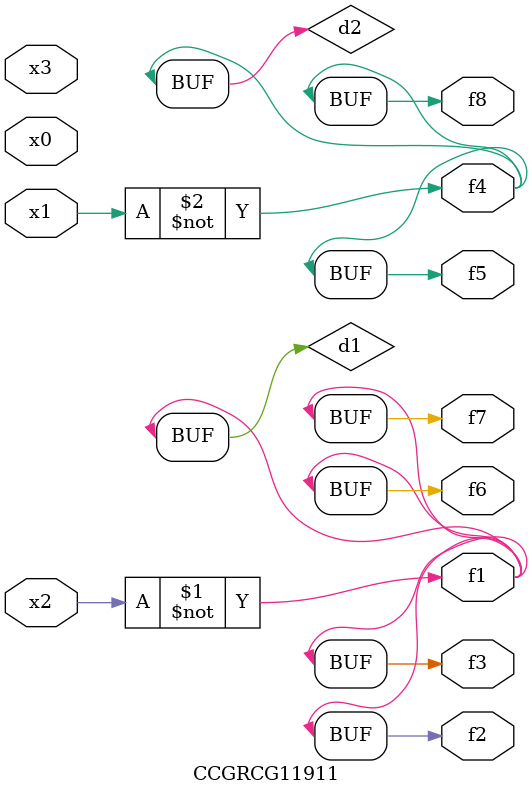
<source format=v>
module CCGRCG11911(
	input x0, x1, x2, x3,
	output f1, f2, f3, f4, f5, f6, f7, f8
);

	wire d1, d2;

	xnor (d1, x2);
	not (d2, x1);
	assign f1 = d1;
	assign f2 = d1;
	assign f3 = d1;
	assign f4 = d2;
	assign f5 = d2;
	assign f6 = d1;
	assign f7 = d1;
	assign f8 = d2;
endmodule

</source>
